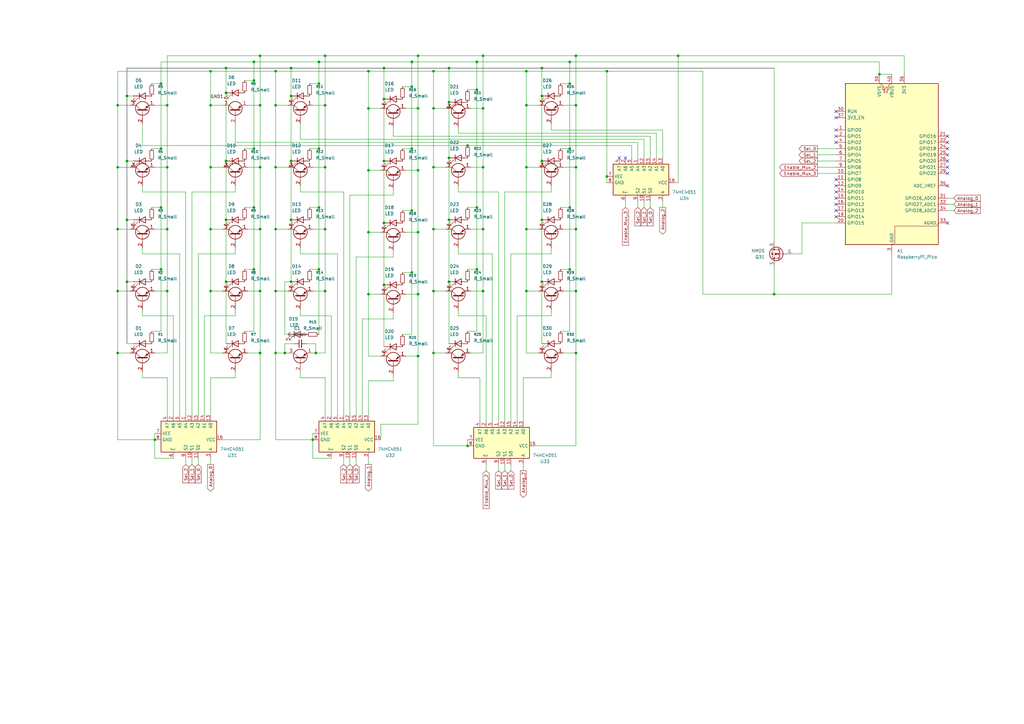
<source format=kicad_sch>
(kicad_sch (version 20250114) (generator "eeschema") (generator_version "9.0")
  (paper "A3")
  (junction (at 52.07 39.37))
  (junction (at 86.36 119.38))
  (junction (at 177.8 93.98))
  (junction (at 86.36 29.21))
  (junction (at 151.13 29.21))
  (junction (at 48.26 93.98))
  (junction (at 233.68 85.09))
  (junction (at 177.8 68.58))
  (junction (at 48.26 119.38))
  (junction (at 129.54 144.78))
  (junction (at 106.68 22.86))
  (junction (at 191.77 182.88))
  (junction (at 168.91 86.36))
  (junction (at 177.8 29.21))
  (junction (at 222.25 90.17))
  (junction (at 151.13 44.45))
  (junction (at 233.68 110.49))
  (junction (at 171.45 69.85))
  (junction (at 119.38 115.57))
  (junction (at 116.84 144.78))
  (junction (at 92.71 27.94))
  (junction (at 248.92 72.39))
  (junction (at 184.15 64.77))
  (junction (at 52.07 66.04))
  (junction (at 133.35 22.86))
  (junction (at 119.38 66.04))
  (junction (at 119.38 27.94))
  (junction (at 157.48 27.94))
  (junction (at 248.92 29.21))
  (junction (at 168.91 60.96))
  (junction (at 104.14 110.49))
  (junction (at 236.22 93.98))
  (junction (at 113.03 144.78))
  (junction (at 171.45 22.86))
  (junction (at 157.48 40.64))
  (junction (at 151.13 95.25))
  (junction (at 198.12 119.38))
  (junction (at 215.9 68.58))
  (junction (at 104.14 85.09))
  (junction (at 191.77 59.69))
  (junction (at 66.04 60.96))
  (junction (at 68.58 119.38))
  (junction (at 92.71 90.17))
  (junction (at 66.04 85.09))
  (junction (at 215.9 93.98))
  (junction (at 222.25 66.04))
  (junction (at 184.15 115.57))
  (junction (at 236.22 22.86))
  (junction (at 198.12 44.45))
  (junction (at 48.26 68.58))
  (junction (at 233.68 60.96))
  (junction (at 92.71 38.1))
  (junction (at 52.07 115.57))
  (junction (at 198.12 93.98))
  (junction (at 113.03 68.58))
  (junction (at 171.45 44.45))
  (junction (at 195.58 110.49))
  (junction (at 92.71 66.04))
  (junction (at 278.13 22.86))
  (junction (at 106.68 144.78))
  (junction (at 113.03 119.38))
  (junction (at 236.22 43.18))
  (junction (at 106.68 93.98))
  (junction (at 128.27 180.34))
  (junction (at 48.26 144.78))
  (junction (at 215.9 43.18))
  (junction (at 119.38 39.37))
  (junction (at 151.13 120.65))
  (junction (at 66.04 110.49))
  (junction (at 106.68 43.18))
  (junction (at 66.04 34.29))
  (junction (at 130.81 110.49))
  (junction (at 184.15 90.17))
  (junction (at 215.9 29.21))
  (junction (at 171.45 95.25))
  (junction (at 151.13 69.85))
  (junction (at 104.14 60.96))
  (junction (at 360.68 30.48))
  (junction (at 177.8 119.38))
  (junction (at 86.36 93.98))
  (junction (at 171.45 146.05))
  (junction (at 198.12 22.86))
  (junction (at 236.22 144.78))
  (junction (at 168.91 35.56))
  (junction (at 130.81 85.09))
  (junction (at 63.5 180.34))
  (junction (at 130.81 60.96))
  (junction (at 68.58 93.98))
  (junction (at 130.81 25.4))
  (junction (at 317.5 120.65))
  (junction (at 215.9 119.38))
  (junction (at 157.48 66.04))
  (junction (at 68.58 43.18))
  (junction (at 168.91 25.4))
  (junction (at 198.12 68.58))
  (junction (at 113.03 29.21))
  (junction (at 157.48 116.84))
  (junction (at 104.14 25.4))
  (junction (at 48.26 43.18))
  (junction (at 106.68 119.38))
  (junction (at 222.25 115.57))
  (junction (at 171.45 120.65))
  (junction (at 133.35 68.58))
  (junction (at 233.68 34.29))
  (junction (at 233.68 25.4))
  (junction (at 130.81 34.29))
  (junction (at 113.03 93.98))
  (junction (at 177.8 44.45))
  (junction (at 104.14 33.02))
  (junction (at 177.8 144.78))
  (junction (at 236.22 119.38))
  (junction (at 222.25 39.37))
  (junction (at 133.35 119.38))
  (junction (at 86.36 68.58))
  (junction (at 168.91 111.76))
  (junction (at 184.15 27.94))
  (junction (at 133.35 43.18))
  (junction (at 119.38 90.17))
  (junction (at 106.68 68.58))
  (junction (at 86.36 43.18))
  (junction (at 195.58 85.09))
  (junction (at 222.25 27.94))
  (junction (at 157.48 91.44))
  (junction (at 68.58 68.58))
  (junction (at 195.58 36.83))
  (junction (at 236.22 68.58))
  (junction (at 184.15 41.91))
  (junction (at 52.07 90.17))
  (junction (at 113.03 43.18))
  (junction (at 133.35 93.98))
  (junction (at 92.71 115.57))
  (junction (at 195.58 25.4))
  (no_connect (at 342.9 53.34))
  (no_connect (at 388.62 91.44))
  (no_connect (at 388.62 76.2))
  (no_connect (at 388.62 63.5))
  (no_connect (at 388.62 66.04))
  (no_connect (at 342.9 73.66))
  (no_connect (at 388.62 71.12))
  (no_connect (at 342.9 58.42))
  (no_connect (at 342.9 55.88))
  (no_connect (at 388.62 68.58))
  (no_connect (at 342.9 78.74))
  (no_connect (at 342.9 48.26))
  (no_connect (at 342.9 45.72))
  (no_connect (at 388.62 55.88))
  (no_connect (at 342.9 83.82))
  (no_connect (at 342.9 88.9))
  (no_connect (at 342.9 86.36))
  (no_connect (at 388.62 58.42))
  (no_connect (at 256.54 64.77))
  (no_connect (at 254 64.77))
  (no_connect (at 342.9 76.2))
  (no_connect (at 388.62 60.96))
  (no_connect (at 342.9 81.28))
  (wire (pts (xy 129.54 144.78) (xy 133.35 144.78)))
  (wire (pts (xy 161.29 128.27) (xy 161.29 130.81)))
  (wire (pts (xy 157.48 91.44) (xy 157.48 116.84)))
  (wire (pts (xy 63.5 177.8) (xy 63.5 180.34)))
  (wire (pts (xy 171.45 146.05) (xy 171.45 173.99)))
  (wire (pts (xy 177.8 93.98) (xy 182.88 93.98)))
  (wire (pts (xy 123.19 152.4) (xy 123.19 154.94)))
  (wire (pts (xy 128.27 68.58) (xy 133.35 68.58)))
  (wire (pts (xy 138.43 170.18) (xy 138.43 104.14)))
  (wire (pts (xy 127 110.49) (xy 130.81 110.49)))
  (wire (pts (xy 177.8 93.98) (xy 177.8 119.38)))
  (wire (pts (xy 195.58 36.83) (xy 195.58 85.09)))
  (wire (pts (xy 231.14 119.38) (xy 236.22 119.38)))
  (wire (pts (xy 231.14 144.78) (xy 236.22 144.78)))
  (wire (pts (xy 198.12 22.86) (xy 236.22 22.86)))
  (wire (pts (xy 288.29 120.65) (xy 288.29 29.21)))
  (wire (pts (xy 92.71 115.57) (xy 92.71 140.97)))
  (wire (pts (xy 233.68 25.4) (xy 233.68 34.29)))
  (wire (pts (xy 133.35 154.94) (xy 123.19 154.94)))
  (wire (pts (xy 106.68 43.18) (xy 106.68 68.58)))
  (wire (pts (xy 177.8 119.38) (xy 182.88 119.38)))
  (wire (pts (xy 106.68 68.58) (xy 106.68 93.98)))
  (wire (pts (xy 215.9 29.21) (xy 248.92 29.21)))
  (wire (pts (xy 151.13 95.25) (xy 156.21 95.25)))
  (wire (pts (xy 201.93 104.14) (xy 187.96 104.14)))
  (wire (pts (xy 54.61 90.17) (xy 52.07 90.17)))
  (wire (pts (xy 125.73 140.97) (xy 129.54 140.97)))
  (wire (pts (xy 133.35 22.86) (xy 133.35 43.18)))
  (wire (pts (xy 198.12 68.58) (xy 198.12 93.98)))
  (wire (pts (xy 133.35 170.18) (xy 133.35 154.94)))
  (wire (pts (xy 248.92 72.39) (xy 248.92 74.93)))
  (wire (pts (xy 127 85.09) (xy 130.81 85.09)))
  (wire (pts (xy 226.06 127) (xy 226.06 129.54)))
  (wire (pts (xy 187.96 152.4) (xy 187.96 154.94)))
  (wire (pts (xy 207.01 78.74) (xy 207.01 172.72)))
  (wire (pts (xy 48.26 144.78) (xy 48.26 180.34)))
  (wire (pts (xy 66.04 110.49) (xy 66.04 135.89)))
  (wire (pts (xy 123.19 101.6) (xy 123.19 104.14)))
  (wire (pts (xy 128.27 43.18) (xy 133.35 43.18)))
  (wire (pts (xy 187.96 76.2) (xy 187.96 78.74)))
  (wire (pts (xy 58.42 76.2) (xy 58.42 78.74)))
  (wire (pts (xy 261.62 82.55) (xy 261.62 85.09)))
  (wire (pts (xy 236.22 22.86) (xy 278.13 22.86)))
  (wire (pts (xy 48.26 144.78) (xy 53.34 144.78)))
  (wire (pts (xy 68.58 93.98) (xy 68.58 119.38)))
  (wire (pts (xy 113.03 180.34) (xy 128.27 180.34)))
  (wire (pts (xy 123.19 76.2) (xy 123.19 78.74)))
  (wire (pts (xy 264.16 57.15) (xy 264.16 64.77)))
  (wire (pts (xy 113.03 43.18) (xy 113.03 68.58)))
  (wire (pts (xy 96.52 104.14) (xy 81.28 104.14)))
  (wire (pts (xy 266.7 82.55) (xy 266.7 85.09)))
  (wire (pts (xy 100.33 85.09) (xy 104.14 85.09)))
  (wire (pts (xy 101.6 68.58) (xy 106.68 68.58)))
  (wire (pts (xy 119.38 66.04) (xy 119.38 90.17)))
  (wire (pts (xy 92.71 90.17) (xy 92.71 115.57)))
  (wire (pts (xy 68.58 154.94) (xy 68.58 170.18)))
  (wire (pts (xy 58.42 154.94) (xy 68.58 154.94)))
  (wire (pts (xy 113.03 29.21) (xy 151.13 29.21)))
  (wire (pts (xy 113.03 144.78) (xy 116.84 144.78)))
  (wire (pts (xy 264.16 82.55) (xy 264.16 85.09)))
  (wire (pts (xy 86.36 29.21) (xy 86.36 43.18)))
  (wire (pts (xy 52.07 115.57) (xy 52.07 140.97)) (stroke (width 0) (color 0 0 0 1)))
  (wire (pts (xy 165.1 86.36) (xy 168.91 86.36)))
  (wire (pts (xy 151.13 156.21) (xy 161.29 156.21)))
  (wire (pts (xy 143.51 187.96) (xy 143.51 190.5)))
  (wire (pts (xy 360.68 30.48) (xy 365.76 30.48)))
  (wire (pts (xy 86.36 93.98) (xy 86.36 119.38)))
  (wire (pts (xy 177.8 44.45) (xy 177.8 68.58)))
  (wire (pts (xy 212.09 129.54) (xy 212.09 172.72)))
  (wire (pts (xy 229.87 60.96) (xy 233.68 60.96)))
  (wire (pts (xy 184.15 90.17) (xy 184.15 115.57)))
  (wire (pts (xy 166.37 44.45) (xy 171.45 44.45)))
  (wire (pts (xy 96.52 58.42) (xy 261.62 58.42)))
  (wire (pts (xy 63.5 187.96) (xy 71.12 187.96)))
  (wire (pts (xy 130.81 85.09) (xy 130.81 110.49)))
  (wire (pts (xy 271.78 82.55) (xy 271.78 85.09)))
  (wire (pts (xy 127 34.29) (xy 130.81 34.29)))
  (wire (pts (xy 278.13 22.86) (xy 278.13 74.93)))
  (wire (pts (xy 269.24 54.61) (xy 269.24 64.77)))
  (wire (pts (xy 215.9 43.18) (xy 215.9 68.58)))
  (wire (pts (xy 120.65 140.97) (xy 116.84 140.97)))
  (wire (pts (xy 129.54 140.97) (xy 129.54 144.78)))
  (wire (pts (xy 48.26 43.18) (xy 48.26 68.58)))
  (wire (pts (xy 92.71 27.94) (xy 92.71 38.1)))
  (wire (pts (xy 261.62 58.42) (xy 261.62 64.77)))
  (wire (pts (xy 335.28 71.12) (xy 342.9 71.12)))
  (wire (pts (xy 138.43 104.14) (xy 123.19 104.14)))
  (wire (pts (xy 168.91 86.36) (xy 168.91 111.76)))
  (wire (pts (xy 177.8 119.38) (xy 177.8 144.78)))
  (wire (pts (xy 100.33 135.89) (xy 104.14 135.89)))
  (wire (pts (xy 100.33 110.49) (xy 104.14 110.49)))
  (wire (pts (xy 215.9 29.21) (xy 215.9 43.18)))
  (wire (pts (xy 195.58 25.4) (xy 168.91 25.4)))
  (wire (pts (xy 140.97 170.18) (xy 140.97 78.74)))
  (wire (pts (xy 215.9 93.98) (xy 220.98 93.98)))
  (wire (pts (xy 52.07 27.94) (xy 52.07 39.37)) (stroke (width 0) (color 0 0 0 1)))
  (wire (pts (xy 195.58 25.4) (xy 195.58 36.83)))
  (wire (pts (xy 226.06 152.4) (xy 226.06 154.94)))
  (wire (pts (xy 248.92 29.21) (xy 248.92 72.39)))
  (wire (pts (xy 198.12 93.98) (xy 198.12 119.38)))
  (wire (pts (xy 151.13 69.85) (xy 156.21 69.85)))
  (wire (pts (xy 388.62 81.28) (xy 391.16 81.28)))
  (wire (pts (xy 335.28 60.96) (xy 342.9 60.96)))
  (wire (pts (xy 68.58 43.18) (xy 68.58 68.58)))
  (wire (pts (xy 128.27 180.34) (xy 128.27 187.96)))
  (wire (pts (xy 86.36 119.38) (xy 91.44 119.38)))
  (wire (pts (xy 231.14 43.18) (xy 236.22 43.18)))
  (wire (pts (xy 198.12 119.38) (xy 198.12 144.78)))
  (wire (pts (xy 104.14 25.4) (xy 104.14 33.02)))
  (wire (pts (xy 101.6 43.18) (xy 106.68 43.18)))
  (wire (pts (xy 73.66 104.14) (xy 73.66 170.18)))
  (wire (pts (xy 63.5 93.98) (xy 68.58 93.98)))
  (wire (pts (xy 166.37 146.05) (xy 171.45 146.05)))
  (wire (pts (xy 151.13 187.96) (xy 151.13 190.5)))
  (wire (pts (xy 66.04 25.4) (xy 66.04 34.29)))
  (wire (pts (xy 156.21 173.99) (xy 156.21 180.34)))
  (wire (pts (xy 128.27 144.78) (xy 129.54 144.78)))
  (wire (pts (xy 62.23 110.49) (xy 66.04 110.49)))
  (wire (pts (xy 101.6 119.38) (xy 106.68 119.38)))
  (wire (pts (xy 222.25 39.37) (xy 222.25 66.04)))
  (wire (pts (xy 168.91 60.96) (xy 168.91 86.36)))
  (wire (pts (xy 191.77 36.83) (xy 195.58 36.83)))
  (wire (pts (xy 48.26 93.98) (xy 53.34 93.98)))
  (wire (pts (xy 123.19 50.8) (xy 123.19 57.15)))
  (wire (pts (xy 106.68 22.86) (xy 106.68 43.18)))
  (wire (pts (xy 58.42 78.74) (xy 76.2 78.74)))
  (wire (pts (xy 212.09 129.54) (xy 226.06 129.54)))
  (wire (pts (xy 130.81 110.49) (xy 130.81 137.16)))
  (wire (pts (xy 204.47 190.5) (xy 204.47 193.04)))
  (wire (pts (xy 86.36 144.78) (xy 91.44 144.78)))
  (wire (pts (xy 71.12 129.54) (xy 58.42 129.54)))
  (wire (pts (xy 388.62 83.82) (xy 391.16 83.82)))
  (wire (pts (xy 193.04 68.58) (xy 198.12 68.58)))
  (wire (pts (xy 151.13 120.65) (xy 156.21 120.65)))
  (wire (pts (xy 143.51 80.01) (xy 161.29 80.01)))
  (wire (pts (xy 317.5 99.06) (xy 317.5 27.94)))
  (wire (pts (xy 113.03 93.98) (xy 118.11 93.98)))
  (wire (pts (xy 151.13 95.25) (xy 151.13 120.65)))
  (wire (pts (xy 101.6 93.98) (xy 106.68 93.98)))
  (wire (pts (xy 62.23 85.09) (xy 66.04 85.09)))
  (wire (pts (xy 106.68 144.78) (xy 106.68 180.34)))
  (wire (pts (xy 226.06 154.94) (xy 214.63 154.94)))
  (wire (pts (xy 198.12 44.45) (xy 198.12 68.58)))
  (wire (pts (xy 209.55 104.14) (xy 209.55 172.72)))
  (wire (pts (xy 63.5 43.18) (xy 68.58 43.18)))
  (wire (pts (xy 128.27 187.96) (xy 135.89 187.96)))
  (wire (pts (xy 96.52 76.2) (xy 96.52 78.74)))
  (wire (pts (xy 96.52 154.94) (xy 86.36 154.94)))
  (wire (pts (xy 76.2 78.74) (xy 76.2 170.18)))
  (wire (pts (xy 78.74 78.74) (xy 96.52 78.74)))
  (wire (pts (xy 68.58 22.86) (xy 68.58 43.18)))
  (wire (pts (xy 256.54 82.55) (xy 256.54 85.09)))
  (wire (pts (xy 177.8 44.45) (xy 182.88 44.45)))
  (wire (pts (xy 231.14 93.98) (xy 236.22 93.98)))
  (wire (pts (xy 130.81 25.4) (xy 104.14 25.4)))
  (wire (pts (xy 133.35 119.38) (xy 133.35 144.78)))
  (wire (pts (xy 83.82 170.18) (xy 83.82 129.54)))
  (wire (pts (xy 177.8 68.58) (xy 182.88 68.58)))
  (wire (pts (xy 96.52 101.6) (xy 96.52 104.14)))
  (wire (pts (xy 86.36 119.38) (xy 86.36 144.78)))
  (wire (pts (xy 48.26 68.58) (xy 48.26 93.98)))
  (wire (pts (xy 157.48 27.94) (xy 119.38 27.94)) (stroke (width 0) (color 0 0 0 1)))
  (wire (pts (xy 104.14 85.09) (xy 104.14 110.49)))
  (wire (pts (xy 199.39 129.54) (xy 187.96 129.54)))
  (wire (pts (xy 146.05 187.96) (xy 146.05 190.5)))
  (wire (pts (xy 133.35 68.58) (xy 133.35 93.98)))
  (wire (pts (xy 119.38 90.17) (xy 119.38 115.57)))
  (wire (pts (xy 116.84 144.78) (xy 118.11 144.78)))
  (wire (pts (xy 168.91 25.4) (xy 130.81 25.4)))
  (wire (pts (xy 157.48 116.84) (xy 157.48 142.24)))
  (wire (pts (xy 236.22 22.86) (xy 236.22 43.18)))
  (wire (pts (xy 119.38 39.37) (xy 119.38 66.04)))
  (wire (pts (xy 184.15 27.94) (xy 184.15 41.91)))
  (wire (pts (xy 63.5 68.58) (xy 68.58 68.58)))
  (wire (pts (xy 187.96 54.61) (xy 269.24 54.61)))
  (wire (pts (xy 226.06 53.34) (xy 271.78 53.34)))
  (wire (pts (xy 92.71 27.94) (xy 52.07 27.94)) (stroke (width 0) (color 0 0 0 1)))
  (wire (pts (xy 96.52 152.4) (xy 96.52 154.94)))
  (wire (pts (xy 335.28 63.5) (xy 342.9 63.5)))
  (wire (pts (xy 236.22 93.98) (xy 236.22 119.38)))
  (wire (pts (xy 229.87 85.09) (xy 233.68 85.09)))
  (wire (pts (xy 388.62 86.36) (xy 391.16 86.36)))
  (wire (pts (xy 342.9 91.44) (xy 328.93 91.44)))
  (wire (pts (xy 148.59 170.18) (xy 148.59 130.81)))
  (wire (pts (xy 133.35 93.98) (xy 133.35 119.38)))
  (wire (pts (xy 165.1 111.76) (xy 168.91 111.76)))
  (wire (pts (xy 328.93 91.44) (xy 328.93 104.14)))
  (wire (pts (xy 317.5 27.94) (xy 222.25 27.94)) (stroke (width 0) (color 0 0 0 1)))
  (wire (pts (xy 215.9 93.98) (xy 215.9 119.38)))
  (wire (pts (xy 236.22 119.38) (xy 236.22 144.78)))
  (wire (pts (xy 63.5 144.78) (xy 68.58 144.78)))
  (wire (pts (xy 151.13 29.21) (xy 151.13 44.45)))
  (wire (pts (xy 335.28 66.04) (xy 342.9 66.04)))
  (wire (pts (xy 52.07 66.04) (xy 54.61 66.04)))
  (wire (pts (xy 52.07 90.17) (xy 52.07 115.57)) (stroke (width 0) (color 0 0 0 1)))
  (wire (pts (xy 222.25 90.17) (xy 222.25 115.57)))
  (wire (pts (xy 195.58 85.09) (xy 195.58 110.49)))
  (wire (pts (xy 166.37 69.85) (xy 171.45 69.85)))
  (wire (pts (xy 199.39 190.5) (xy 199.39 193.04)))
  (wire (pts (xy 215.9 68.58) (xy 215.9 93.98)))
  (wire (pts (xy 92.71 66.04) (xy 92.71 90.17)))
  (wire (pts (xy 106.68 119.38) (xy 106.68 144.78)))
  (wire (pts (xy 52.07 39.37) (xy 52.07 66.04)) (stroke (width 0) (color 0 0 0 1)))
  (wire (pts (xy 86.36 154.94) (xy 86.36 170.18)))
  (wire (pts (xy 78.74 187.96) (xy 78.74 190.5)))
  (wire (pts (xy 119.38 27.94) (xy 92.71 27.94)) (stroke (width 0) (color 0 0 0 1)))
  (wire (pts (xy 62.23 135.89) (xy 66.04 135.89)))
  (wire (pts (xy 168.91 25.4) (xy 168.91 35.56)))
  (wire (pts (xy 119.38 27.94) (xy 119.38 39.37)))
  (wire (pts (xy 100.33 33.02) (xy 104.14 33.02)))
  (wire (pts (xy 113.03 119.38) (xy 118.11 119.38)))
  (wire (pts (xy 187.96 101.6) (xy 187.96 104.14)))
  (wire (pts (xy 78.74 170.18) (xy 78.74 78.74)))
  (wire (pts (xy 177.8 182.88) (xy 191.77 182.88)))
  (wire (pts (xy 100.33 60.96) (xy 104.14 60.96)))
  (wire (pts (xy 233.68 110.49) (xy 233.68 135.89)))
  (wire (pts (xy 48.26 68.58) (xy 53.34 68.58)))
  (wire (pts (xy 215.9 43.18) (xy 220.98 43.18)))
  (wire (pts (xy 113.03 68.58) (xy 118.11 68.58)))
  (wire (pts (xy 215.9 68.58) (xy 220.98 68.58)))
  (wire (pts (xy 214.63 154.94) (xy 214.63 172.72)))
  (wire (pts (xy 222.25 66.04) (xy 222.25 90.17)))
  (wire (pts (xy 165.1 60.96) (xy 168.91 60.96)))
  (wire (pts (xy 58.42 152.4) (xy 58.42 154.94)))
  (wire (pts (xy 187.96 154.94) (xy 196.85 154.94)))
  (wire (pts (xy 207.01 190.5) (xy 207.01 193.04)))
  (wire (pts (xy 151.13 69.85) (xy 151.13 95.25)))
  (wire (pts (xy 166.37 95.25) (xy 171.45 95.25)))
  (wire (pts (xy 236.22 144.78) (xy 236.22 182.88)))
  (wire (pts (xy 76.2 187.96) (xy 76.2 190.5)))
  (wire (pts (xy 86.36 93.98) (xy 91.44 93.98)))
  (wire (pts (xy 86.36 43.18) (xy 86.36 68.58)))
  (wire (pts (xy 171.45 120.65) (xy 171.45 146.05)))
  (wire (pts (xy 66.04 85.09) (xy 66.04 110.49)))
  (wire (pts (xy 48.26 43.18) (xy 53.34 43.18)))
  (wire (pts (xy 360.68 30.48) (xy 360.68 25.4)))
  (wire (pts (xy 148.59 130.81) (xy 161.29 130.81)))
  (wire (pts (xy 133.35 22.86) (xy 171.45 22.86)))
  (wire (pts (xy 66.04 60.96) (xy 66.04 85.09)))
  (wire (pts (xy 86.36 68.58) (xy 91.44 68.58)))
  (wire (pts (xy 222.25 115.57) (xy 222.25 140.97)))
  (wire (pts (xy 113.03 93.98) (xy 113.03 119.38)))
  (wire (pts (xy 106.68 22.86) (xy 133.35 22.86)))
  (wire (pts (xy 113.03 119.38) (xy 113.03 144.78)))
  (wire (pts (xy 191.77 85.09) (xy 195.58 85.09)))
  (wire (pts (xy 92.71 38.1) (xy 92.71 66.04)))
  (wire (pts (xy 161.29 77.47) (xy 161.29 80.01)))
  (wire (pts (xy 123.19 127) (xy 123.19 129.54)))
  (wire (pts (xy 191.77 59.69) (xy 259.08 59.69)))
  (wire (pts (xy 171.45 69.85) (xy 171.45 95.25)))
  (wire (pts (xy 209.55 190.5) (xy 209.55 193.04)))
  (wire (pts (xy 146.05 170.18) (xy 146.05 105.41)))
  (wire (pts (xy 193.04 44.45) (xy 198.12 44.45)))
  (wire (pts (xy 86.36 187.96) (xy 86.36 190.5)))
  (wire (pts (xy 66.04 34.29) (xy 66.04 60.96)))
  (wire (pts (xy 113.03 29.21) (xy 113.03 43.18)))
  (wire (pts (xy 52.07 140.97) (xy 54.61 140.97)))
  (wire (pts (xy 215.9 144.78) (xy 220.98 144.78)))
  (wire (pts (xy 151.13 44.45) (xy 156.21 44.45)))
  (wire (pts (xy 222.25 27.94) (xy 222.25 39.37)))
  (wire (pts (xy 130.81 34.29) (xy 130.81 60.96)))
  (wire (pts (xy 116.84 115.57) (xy 116.84 137.16)))
  (wire (pts (xy 222.25 27.94) (xy 184.15 27.94)) (stroke (width 0) (color 0 0 0 1)))
  (wire (pts (xy 68.58 119.38) (xy 68.58 144.78)))
  (wire (pts (xy 58.42 50.8) (xy 58.42 59.69)))
  (wire (pts (xy 229.87 135.89) (xy 233.68 135.89)))
  (wire (pts (xy 68.58 22.86) (xy 106.68 22.86)))
  (wire (pts (xy 360.68 25.4) (xy 233.68 25.4)))
  (wire (pts (xy 48.26 119.38) (xy 48.26 144.78)))
  (wire (pts (xy 130.81 60.96) (xy 130.81 85.09)))
  (wire (pts (xy 135.89 129.54) (xy 123.19 129.54)))
  (wire (pts (xy 86.36 29.21) (xy 113.03 29.21)))
  (wire (pts (xy 151.13 44.45) (xy 151.13 69.85)))
  (wire (pts (xy 278.13 22.86) (xy 370.84 22.86)))
  (wire (pts (xy 116.84 115.57) (xy 119.38 115.57)))
  (wire (pts (xy 106.68 93.98) (xy 106.68 119.38)))
  (wire (pts (xy 116.84 137.16) (xy 118.11 137.16)))
  (wire (pts (xy 62.23 60.96) (xy 66.04 60.96)))
  (wire (pts (xy 146.05 105.41) (xy 161.29 105.41)))
  (wire (pts (xy 157.48 66.04) (xy 157.48 91.44)))
  (wire (pts (xy 171.45 22.86) (xy 198.12 22.86)))
  (wire (pts (xy 231.14 68.58) (xy 236.22 68.58)))
  (wire (pts (xy 96.52 50.8) (xy 96.52 58.42)))
  (wire (pts (xy 81.28 104.14) (xy 81.28 170.18)))
  (wire (pts (xy 101.6 144.78) (xy 106.68 144.78)))
  (wire (pts (xy 335.28 68.58) (xy 342.9 68.58)))
  (wire (pts (xy 204.47 78.74) (xy 187.96 78.74)))
  (wire (pts (xy 177.8 29.21) (xy 177.8 44.45)))
  (wire (pts (xy 204.47 78.74) (xy 204.47 172.72)))
  (wire (pts (xy 187.96 52.07) (xy 187.96 54.61)))
  (wire (pts (xy 233.68 34.29) (xy 233.68 60.96)))
  (wire (pts (xy 63.5 180.34) (xy 63.5 187.96)))
  (wire (pts (xy 168.91 111.76) (xy 168.91 137.16)))
  (wire (pts (xy 215.9 119.38) (xy 215.9 144.78)))
  (wire (pts (xy 201.93 104.14) (xy 201.93 172.72)))
  (wire (pts (xy 184.15 115.57) (xy 184.15 140.97)))
  (wire (pts (xy 68.58 68.58) (xy 68.58 93.98)))
  (wire (pts (xy 135.89 170.18) (xy 135.89 129.54)))
  (wire (pts (xy 157.48 40.64) (xy 157.48 66.04)))
  (wire (pts (xy 151.13 29.21) (xy 177.8 29.21)))
  (wire (pts (xy 171.45 44.45) (xy 171.45 69.85)))
  (wire (pts (xy 229.87 110.49) (xy 233.68 110.49)))
  (wire (pts (xy 48.26 29.21) (xy 86.36 29.21)))
  (wire (pts (xy 104.14 110.49) (xy 104.14 135.89)))
  (wire (pts (xy 248.92 29.21) (xy 288.29 29.21)))
  (wire (pts (xy 48.26 29.21) (xy 48.26 43.18)))
  (wire (pts (xy 140.97 78.74) (xy 123.19 78.74)))
  (wire (pts (xy 58.42 104.14) (xy 73.66 104.14)))
  (wire (pts (xy 58.42 127) (xy 58.42 129.54)))
  (wire (pts (xy 184.15 27.94) (xy 157.48 27.94)) (stroke (width 0) (color 0 0 0 1)))
  (wire (pts (xy 191.77 180.34) (xy 191.77 182.88)))
  (wire (pts (xy 63.5 119.38) (xy 68.58 119.38)))
  (wire (pts (xy 236.22 68.58) (xy 236.22 93.98)))
  (wire (pts (xy 191.77 135.89) (xy 195.58 135.89)))
  (wire (pts (xy 236.22 43.18) (xy 236.22 68.58)))
  (wire (pts (xy 83.82 129.54) (xy 96.52 129.54)))
  (wire (pts (xy 128.27 119.38) (xy 133.35 119.38)))
  (wire (pts (xy 214.63 190.5) (xy 214.63 193.04)))
  (wire (pts (xy 317.5 120.65) (xy 365.76 120.65)))
  (wire (pts (xy 113.03 68.58) (xy 113.03 93.98)))
  (wire (pts (xy 52.07 115.57) (xy 54.61 115.57)))
  (wire (pts (xy 113.03 43.18) (xy 118.11 43.18)))
  (wire (pts (xy 187.96 127) (xy 187.96 129.54)))
  (wire (pts (xy 128.27 93.98) (xy 133.35 93.98)))
  (wire (pts (xy 71.12 170.18) (xy 71.12 129.54)))
  (wire (pts (xy 193.04 93.98) (xy 198.12 93.98)))
  (wire (pts (xy 140.97 187.96) (xy 140.97 190.5)))
  (wire (pts (xy 123.19 57.15) (xy 264.16 57.15)))
  (wire (pts (xy 161.29 102.87) (xy 161.29 105.41)))
  (wire (pts (xy 226.06 101.6) (xy 226.06 104.14)))
  (wire (pts (xy 219.71 182.88) (xy 236.22 182.88)))
  (wire (pts (xy 52.07 39.37) (xy 54.61 39.37)))
  (wire (pts (xy 48.26 119.38) (xy 53.34 119.38)))
  (wire (pts (xy 233.68 60.96) (xy 233.68 85.09)))
  (wire (pts (xy 233.68 25.4) (xy 195.58 25.4)))
  (wire (pts (xy 276.86 74.93) (xy 278.13 74.93)))
  (wire (pts (xy 226.06 50.8) (xy 226.06 53.34)))
  (wire (pts (xy 215.9 119.38) (xy 220.98 119.38)))
  (wire (pts (xy 81.28 187.96) (xy 81.28 190.5)))
  (wire (pts (xy 151.13 120.65) (xy 151.13 146.05)))
  (wire (pts (xy 233.68 85.09) (xy 233.68 110.49)))
  (wire (pts (xy 199.39 129.54) (xy 199.39 172.72)))
  (wire (pts (xy 165.1 137.16) (xy 168.91 137.16)))
  (wire (pts (xy 161.29 55.88) (xy 266.7 55.88)))
  (wire (pts (xy 177.8 29.21) (xy 215.9 29.21)))
  (wire (pts (xy 184.15 64.77) (xy 184.15 90.17)))
  (wire (pts (xy 184.15 41.91) (xy 184.15 64.77)))
  (wire (pts (xy 104.14 33.02) (xy 104.14 60.96)))
  (wire (pts (xy 177.8 68.58) (xy 177.8 93.98)))
  (wire (pts (xy 58.42 101.6) (xy 58.42 104.14)))
  (wire (pts (xy 116.84 140.97) (xy 116.84 144.78)))
  (wire (pts (xy 161.29 52.07) (xy 161.29 55.88)))
  (wire (pts (xy 151.13 170.18) (xy 151.13 156.21)))
  (wire (pts (xy 177.8 144.78) (xy 177.8 182.88)))
  (wire (pts (xy 198.12 22.86) (xy 198.12 44.45)))
  (wire (pts (xy 229.87 34.29) (xy 233.68 34.29)))
  (wire (pts (xy 52.07 66.04) (xy 52.07 90.17)) (stroke (width 0) (color 0 0 0 1)))
  (wire (pts (xy 226.06 78.74) (xy 207.01 78.74)))
  (wire (pts (xy 130.81 25.4) (xy 130.81 34.29)))
  (wire (pts (xy 168.91 35.56) (xy 168.91 60.96)))
  (wire (pts (xy 259.08 59.69) (xy 259.08 64.77)))
  (wire (pts (xy 288.29 120.65) (xy 317.5 120.65)))
  (wire (pts (xy 171.45 95.25) (xy 171.45 120.65)))
  (wire (pts (xy 133.35 43.18) (xy 133.35 68.58)))
  (wire (pts (xy 104.14 25.4) (xy 66.04 25.4)))
  (wire (pts (xy 226.06 76.2) (xy 226.06 78.74)))
  (wire (pts (xy 106.68 180.34) (xy 91.44 180.34)))
  (wire (pts (xy 193.04 144.78) (xy 198.12 144.78)))
  (wire (pts (xy 96.52 127) (xy 96.52 129.54)))
  (wire (pts (xy 328.93 104.14) (xy 325.12 104.14)))
  (wire (pts (xy 191.77 110.49) (xy 195.58 110.49)))
  (wire (pts (xy 193.04 119.38) (xy 198.12 119.38)))
  (wire (pts (xy 266.7 55.88) (xy 266.7 64.77)))
  (wire (pts (xy 171.45 22.86) (xy 171.45 44.45)))
  (wire (pts (xy 271.78 53.34) (xy 271.78 64.77)))
  (wire (pts (xy 171.45 173.99) (xy 156.21 173.99)))
  (wire (pts (xy 196.85 154.94) (xy 196.85 172.72)))
  (wire (pts (xy 317.5 109.22) (xy 317.5 120.65)))
  (wire (pts (xy 209.55 104.14) (xy 226.06 104.14)))
  (wire (pts (xy 143.51 170.18) (xy 143.51 80.01)))
  (wire (pts (xy 161.29 153.67) (xy 161.29 156.21)))
  (wire (pts (xy 365.76 104.14) (xy 365.76 120.65)))
  (wire (pts (xy 48.26 180.34) (xy 63.5 180.34)))
  (wire (pts (xy 127 60.96) (xy 130.81 60.96)))
  (wire (pts (xy 166.37 120.65) (xy 171.45 120.65)))
  (wire (pts (xy 91.44 43.18) (xy 86.36 43.18)))
  (wire (pts (xy 195.58 110.49) (xy 195.58 135.89)))
  (wire (pts (xy 62.23 34.29) (xy 66.04 34.29)))
  (wire (pts (xy 157.48 27.94) (xy 157.48 40.64)))
  (wire (pts (xy 128.27 177.8) (xy 128.27 180.34)))
  (wire (pts (xy 177.8 144.78) (xy 182.88 144.78)))
  (wire (pts (xy 104.14 60.96) (xy 104.14 85.09)))
  (wire (pts (xy 165.1 35.56) (xy 168.91 35.56)))
  (wire (pts (xy 58.42 59.69) (xy 191.77 59.69)))
  (wire (pts (xy 48.26 93.98) (xy 48.26 119.38)))
  (wire (pts (xy 151.13 146.05) (xy 156.21 146.05)))
  (wire (pts (xy 86.36 68.58) (xy 86.36 93.98)))
  (wire (pts (xy 370.84 22.86) (xy 370.84 30.48)))
  (wire (pts (xy 113.03 144.78) (xy 113.03 180.34)))
  (label "GND1" (at 86.36 40.64 0))
  (global_label "Analog_2" (shape output) (at 271.78 85.09 270) (property "Intersheetrefs" "${INTERSHEET_REFS}" (effects (hide yes))))
  (global_label "Enable_Mux_2" (shape output) (at 335.28 68.58 180) (property "Intersheetrefs" "${INTERSHEET_REFS}" (effects (hide yes))))
  (global_label "Sel_2" (shape input) (at 76.2 190.5 270) (property "Intersheetrefs" "${INTERSHEET_REFS}" (effects (hide yes))))
  (global_label "Analog_1" (shape input) (at 391.16 83.82 0) (property "Intersheetrefs" "${INTERSHEET_REFS}" (effects (hide yes))))
  (global_label "Sel_2" (shape output) (at 335.28 66.04 180) (property "Intersheetrefs" "${INTERSHEET_REFS}" (effects (hide yes))))
  (global_label "Analog_2" (shape output) (at 214.63 193.04 270) (property "Intersheetrefs" "${INTERSHEET_REFS}" (effects (hide yes))))
  (global_label "Sel_0" (shape input) (at 81.28 190.5 270) (property "Intersheetrefs" "${INTERSHEET_REFS}" (effects (hide yes))))
  (global_label "Analog_0" (shape input) (at 391.16 81.28 0) (property "Intersheetrefs" "${INTERSHEET_REFS}" (effects (hide yes))))
  (global_label "Sel_2" (shape input) (at 140.97 190.5 270) (property "Intersheetrefs" "${INTERSHEET_REFS}" (effects (hide yes))))
  (global_label "Sel_1" (shape input) (at 78.74 190.5 270) (property "Intersheetrefs" "${INTERSHEET_REFS}" (effects (hide yes))))
  (global_label "Enable_Mux_3" (shape output) (at 335.28 71.12 180) (property "Intersheetrefs" "${INTERSHEET_REFS}" (effects (hide yes))))
  (global_label "Sel_1" (shape input) (at 143.51 190.5 270) (property "Intersheetrefs" "${INTERSHEET_REFS}" (effects (hide yes))))
  (global_label "Sel_0" (shape output) (at 335.28 60.96 180) (property "Intersheetrefs" "${INTERSHEET_REFS}" (effects (hide yes))))
  (global_label "Sel_1" (shape input) (at 207.01 193.04 270) (property "Intersheetrefs" "${INTERSHEET_REFS}" (effects (hide yes))))
  (global_label "Enable_Mux_2" (shape input) (at 199.39 193.04 270) (property "Intersheetrefs" "${INTERSHEET_REFS}" (effects (hide yes))))
  (global_label "Sel_0" (shape input) (at 209.55 193.04 270) (property "Intersheetrefs" "${INTERSHEET_REFS}" (effects (hide yes))))
  (global_label "Analog_1" (shape output) (at 151.13 190.5 270) (property "Intersheetrefs" "${INTERSHEET_REFS}" (effects (hide yes))))
  (global_label "Sel_2" (shape input) (at 261.62 85.09 270) (property "Intersheetrefs" "${INTERSHEET_REFS}" (effects (hide yes))))
  (global_label "Sel_2" (shape input) (at 204.47 193.04 270) (property "Intersheetrefs" "${INTERSHEET_REFS}" (effects (hide yes))))
  (global_label "Sel_0" (shape input) (at 146.05 190.5 270) (property "Intersheetrefs" "${INTERSHEET_REFS}" (effects (hide yes))))
  (global_label "Sel_0" (shape input) (at 266.7 85.09 270) (property "Intersheetrefs" "${INTERSHEET_REFS}" (effects (hide yes))))
  (global_label "Analog_2" (shape input) (at 391.16 86.36 0) (property "Intersheetrefs" "${INTERSHEET_REFS}" (effects (hide yes))))
  (global_label "Sel_1" (shape input) (at 264.16 85.09 270) (property "Intersheetrefs" "${INTERSHEET_REFS}" (effects (hide yes))))
  (global_label "Enable_Mux_3" (shape input) (at 256.54 85.09 270) (property "Intersheetrefs" "${INTERSHEET_REFS}" (effects (hide yes))))
  (global_label "Analog_0" (shape output) (at 86.36 190.5 270) (property "Intersheetrefs" "${INTERSHEET_REFS}" (effects (hide yes))))
  (global_label "Sel_1" (shape output) (at 335.28 63.5 180) (property "Intersheetrefs" "${INTERSHEET_REFS}" (effects (hide yes))))
  (symbol (lib_id "Transistor_BJT:Q_PNP_EBC") (at 123.19 45.72 90) (unit 1)
    (property "Reference" "Q3" (effects (hide yes)))
    (property "Value" "Q_PNP_EBC" (effects (hide yes)))
    (property "Footprint" "Package_TO_SOT_THT:TO-92_Inline" (effects (hide yes)))
    (property "Description" "PNP transistor, emitter/base/collector" (effects (hide yes)))
  )
  (symbol (lib_id "Device:R_Small") (at 62.23 36.83 0) (unit 1)
    (property "Reference" "R5" (at 64.77 35.5599 0) (effects (font (size 1.016 1.016)) (justify left)))
    (property "Value" "R_Small" (at 64.77 38.0999 0) (effects (justify left)))
    (property "Footprint" "Resistor_SMD:R_1206_3216Metric_Pad1.30x1.75mm_HandSolder" (effects (hide yes)))
    (property "Description" "Resistor, small symbol" (effects (hide yes)))
  )
  (symbol (lib_id "Device:LED") (at 226.06 90.17 0) (unit 1)
    (property "Reference" "D28" (at 224.4725 83.82 0))
    (property "Value" "LED" (at 224.4725 86.36 0))
    (property "Footprint" "LED_SMD:LED_Everlight-SMD3528_3.5x2.8mm_67-21ST" (effects (hide yes)))
    (property "Description" "Light emitting diode" (effects (hide yes)))
    (property "Sim.Pins" "1=K 2=A" (effects (hide yes)))
  )
  (symbol (lib_id "Device:LED") (at 187.96 90.17 0) (unit 1)
    (property "Reference" "D23" (at 186.3725 83.82 0))
    (property "Value" "LED" (at 186.3725 86.36 0))
    (property "Footprint" "LED_SMD:LED_Everlight-SMD3528_3.5x2.8mm_67-21ST" (effects (hide yes)))
    (property "Description" "Light emitting diode" (effects (hide yes)))
    (property "Sim.Pins" "1=K 2=A" (effects (hide yes)))
  )
  (symbol (lib_id "Device:R_Small") (at 100.33 113.03 0) (unit 1)
    (property "Reference" "R8" (at 102.87 111.7599 0) (effects (font (size 1.016 1.016)) (justify left)))
    (property "Value" "R_Small" (at 102.87 114.2999 0) (effects (justify left)))
    (property "Footprint" "Resistor_SMD:R_1206_3216Metric_Pad1.30x1.75mm_HandSolder" (effects (hide yes)))
    (property "Description" "Resistor, small symbol" (effects (hide yes)))
  )
  (symbol (lib_id "Device:LED") (at 161.29 116.84 0) (unit 1)
    (property "Reference" "D19" (at 159.7025 110.49 0))
    (property "Value" "LED" (at 159.7025 113.03 0))
    (property "Footprint" "LED_SMD:LED_Everlight-SMD3528_3.5x2.8mm_67-21ST" (effects (hide yes)))
    (property "Description" "Light emitting diode" (effects (hide yes)))
    (property "Sim.Pins" "1=K 2=A" (effects (hide yes)))
  )
  (symbol (lib_id "Device:LED") (at 187.96 64.77 0) (unit 1)
    (property "Reference" "D22" (at 186.3725 58.42 0))
    (property "Value" "LED" (at 186.3725 60.96 0))
    (property "Footprint" "LED_SMD:LED_Everlight-SMD3528_3.5x2.8mm_67-21ST" (effects (hide yes)))
    (property "Description" "Light emitting diode" (effects (hide yes)))
    (property "Sim.Pins" "1=K 2=A" (effects (hide yes)))
  )
  (symbol (lib_id "Device:R_Small") (at 165.1 88.9 0) (unit 1)
    (property "Reference" "R18" (at 167.64 87.6299 0) (effects (font (size 1.016 1.016)) (justify left)))
    (property "Value" "R_Small" (at 167.64 90.1699 0) (effects (justify left)))
    (property "Footprint" "Resistor_SMD:R_1206_3216Metric_Pad1.30x1.75mm_HandSolder" (effects (hide yes)))
    (property "Description" "Resistor, small symbol" (effects (hide yes)))
  )
  (symbol (lib_id "Transistor_BJT:Q_PNP_EBC") (at 123.19 147.32 90) (unit 1)
    (property "Reference" "Q27" (effects (hide yes)))
    (property "Value" "Q_PNP_EBC" (effects (hide yes)))
    (property "Footprint" "Package_TO_SOT_THT:TO-92_Inline" (effects (hide yes)))
    (property "Description" "PNP transistor, emitter/base/collector" (effects (hide yes)))
  )
  (symbol (lib_id "Device:R_Small") (at 127 87.63 0) (unit 1)
    (property "Reference" "R13" (at 129.54 86.3599 0) (effects (font (size 1.016 1.016)) (justify left)))
    (property "Value" "R_Small" (at 129.54 88.8999 0) (effects (justify left)))
    (property "Footprint" "Resistor_SMD:R_1206_3216Metric_Pad1.30x1.75mm_HandSolder" (effects (hide yes)))
    (property "Description" "Resistor, small symbol" (effects (hide yes)))
  )
  (symbol (lib_id "Device:R_Small") (at 128.27 137.16 270) (unit 1)
    (property "Reference" "R15" (at 128.27 132.08 90) (effects (font (size 1.016 1.016))))
    (property "Value" "R_Small" (at 128.27 134.62 90))
    (property "Footprint" "Resistor_SMD:R_1206_3216Metric_Pad1.30x1.75mm_HandSolder" (effects (hide yes)))
    (property "Description" "Resistor, small symbol" (effects (hide yes)))
  )
  (symbol (lib_id "Device:C_Small") (at 123.19 140.97 90) (unit 1)
    (property "Reference" "C1" (at 121.9263 134.62 90))
    (property "Value" "C_Small" (at 121.9263 137.16 90))
    (property "Description" "Unpolarized capacitor, small symbol" (effects (hide yes)))
  )
  (symbol (lib_id "Device:LED") (at 161.29 142.24 0) (unit 1)
    (property "Reference" "D20" (at 159.7025 135.89 0))
    (property "Value" "LED" (at 159.7025 138.43 0))
    (property "Footprint" "LED_SMD:LED_Everlight-SMD3528_3.5x2.8mm_67-21ST" (effects (hide yes)))
    (property "Description" "Light emitting diode" (effects (hide yes)))
    (property "Sim.Pins" "1=K 2=A" (effects (hide yes)))
  )
  (symbol (lib_id "Device:LED") (at 96.52 38.1 0) (unit 1)
    (property "Reference" "D6" (at 94.9325 31.75 0))
    (property "Value" "LED" (at 94.9325 34.29 0))
    (property "Footprint" "LED_SMD:LED_Everlight-SMD3528_3.5x2.8mm_67-21ST" (effects (hide yes)))
    (property "Description" "Light emitting diode" (effects (hide yes)))
    (property "Sim.Pins" "1=K 2=A" (effects (hide yes)))
  )
  (symbol (lib_id "Device:R_Small") (at 100.33 35.56 0) (unit 1)
    (property "Reference" "R6" (at 102.87 34.2899 0) (effects (font (size 1.016 1.016)) (justify left)))
    (property "Value" "R_Small" (at 102.87 36.8299 0) (effects (justify left)))
    (property "Footprint" "Resistor_SMD:R_1206_3216Metric_Pad1.30x1.75mm_HandSolder" (effects (hide yes)))
    (property "Description" "Resistor, small symbol" (effects (hide yes)))
  )
  (symbol (lib_id "Transistor_BJT:Q_PNP_EBC") (at 161.29 148.59 90) (unit 1)
    (property "Reference" "Q28" (effects (hide yes)))
    (property "Value" "Q_PNP_EBC" (effects (hide yes)))
    (property "Footprint" "Package_TO_SOT_THT:TO-92_Inline" (effects (hide yes)))
    (property "Description" "PNP transistor, emitter/base/collector" (effects (hide yes)))
  )
  (symbol (lib_id "Device:R_Small") (at 229.87 63.5 0) (unit 1)
    (property "Reference" "R27" (at 232.41 62.2299 0) (effects (font (size 1.016 1.016)) (justify left)))
    (property "Value" "R_Small" (at 232.41 64.7699 0) (effects (justify left)))
    (property "Footprint" "Resistor_SMD:R_1206_3216Metric_Pad1.30x1.75mm_HandSolder" (effects (hide yes)))
    (property "Description" "Resistor, small symbol" (effects (hide yes)))
  )
  (symbol (lib_id "Device:R_Small") (at 165.1 114.3 0) (unit 1)
    (property "Reference" "R19" (at 167.64 113.0299 0) (effects (font (size 1.016 1.016)) (justify left)))
    (property "Value" "R_Small" (at 167.64 115.5699 0) (effects (justify left)))
    (property "Footprint" "Resistor_SMD:R_1206_3216Metric_Pad1.30x1.75mm_HandSolder" (effects (hide yes)))
    (property "Description" "Resistor, small symbol" (effects (hide yes)))
  )
  (symbol (lib_id "Device:LED") (at 58.42 90.17 0) (unit 1)
    (property "Reference" "D3" (at 56.8325 83.82 0))
    (property "Value" "LED" (at 56.8325 86.36 0))
    (property "Footprint" "LED_SMD:LED_Everlight-SMD3528_3.5x2.8mm_67-21ST" (effects (hide yes)))
    (property "Description" "Light emitting diode" (effects (hide yes)))
    (property "Sim.Pins" "1=K 2=A" (effects (hide yes)))
  )
  (symbol (lib_id "74xx:74HC4051") (at 143.51 180.34 270) (mirror x) (unit 1)
    (property "Reference" "U32" (at 160.02 186.7602 90))
    (property "Value" "74HC4051" (at 160.02 184.2202 90))
    (property "Footprint" "Package_SO:SOIC-16_3.9x9.9mm_P1.27mm" (effects (hide yes)))
    (property "Datasheet" "http://www.ti.com/lit/ds/symlink/cd74hc4051.pdf" (effects (hide yes)))
    (property "Description" "8-channel analog multiplexer/demultiplexer, DIP-16/SOIC-16/TSSOP-16" (effects (hide yes)))
  )
  (symbol (lib_id "Transistor_BJT:Q_PNP_EBC") (at 161.29 72.39 90) (unit 1)
    (property "Reference" "Q10" (effects (hide yes)))
    (property "Value" "Q_PNP_EBC" (effects (hide yes)))
    (property "Footprint" "Package_TO_SOT_THT:TO-92_Inline" (effects (hide yes)))
    (property "Description" "PNP transistor, emitter/base/collector" (effects (hide yes)))
  )
  (symbol (lib_id "Transistor_BJT:Q_PNP_EBC") (at 161.29 97.79 90) (unit 1)
    (property "Reference" "Q19" (effects (hide yes)))
    (property "Value" "Q_PNP_EBC" (effects (hide yes)))
    (property "Footprint" "Package_TO_SOT_THT:TO-92_Inline" (effects (hide yes)))
    (property "Description" "PNP transistor, emitter/base/collector" (effects (hide yes)))
  )
  (symbol (lib_id "Device:LED") (at 58.42 115.57 0) (unit 1)
    (property "Reference" "D2" (at 56.8325 109.22 0))
    (property "Value" "LED" (at 56.8325 111.76 0))
    (property "Footprint" "LED_SMD:LED_Everlight-SMD3528_3.5x2.8mm_67-21ST" (effects (hide yes)))
    (property "Description" "Light emitting diode" (effects (hide yes)))
    (property "Sim.Pins" "1=K 2=A" (effects (hide yes)))
  )
  (symbol (lib_id "Device:R_Small") (at 191.77 87.63 0) (unit 1)
    (property "Reference" "R23" (at 194.31 86.3599 0) (effects (font (size 1.016 1.016)) (justify left)))
    (property "Value" "R_Small" (at 194.31 88.8999 0) (effects (justify left)))
    (property "Footprint" "Resistor_SMD:R_1206_3216Metric_Pad1.30x1.75mm_HandSolder" (effects (hide yes)))
    (property "Description" "Resistor, small symbol" (effects (hide yes)))
  )
  (symbol (lib_id "Transistor_BJT:Q_PNP_EBC") (at 96.52 71.12 90) (unit 1)
    (property "Reference" "Q8" (effects (hide yes)))
    (property "Value" "Q_PNP_EBC" (effects (hide yes)))
    (property "Footprint" "Package_TO_SOT_THT:TO-92_Inline" (effects (hide yes)))
    (property "Description" "PNP transistor, emitter/base/collector" (effects (hide yes)))
  )
  (symbol (lib_id "Device:R_Small") (at 229.87 87.63 0) (unit 1)
    (property "Reference" "R28" (at 232.41 86.3599 0) (effects (font (size 1.016 1.016)) (justify left)))
    (property "Value" "R_Small" (at 232.41 88.8999 0) (effects (justify left)))
    (property "Footprint" "Resistor_SMD:R_1206_3216Metric_Pad1.30x1.75mm_HandSolder" (effects (hide yes)))
    (property "Description" "Resistor, small symbol" (effects (hide yes)))
  )
  (symbol (lib_id "Transistor_BJT:Q_PNP_EBC") (at 58.42 45.72 90) (unit 1)
    (property "Reference" "Q1" (effects (hide yes)))
    (property "Value" "Q_PNP_EBC" (effects (hide yes)))
    (property "Footprint" "Package_TO_SOT_THT:TO-92_Inline" (effects (hide yes)))
    (property "Description" "PNP transistor, emitter/base/collector" (effects (hide yes)))
  )
  (symbol (lib_id "Device:R_Small") (at 191.77 62.23 0) (unit 1)
    (property "Reference" "R22" (at 194.31 60.9599 0) (effects (font (size 1.016 1.016)) (justify left)))
    (property "Value" "R_Small" (at 194.31 63.4999 0) (effects (justify left)))
    (property "Footprint" "Resistor_SMD:R_1206_3216Metric_Pad1.30x1.75mm_HandSolder" (effects (hide yes)))
    (property "Description" "Resistor, small symbol" (effects (hide yes)))
  )
  (symbol (lib_id "Device:LED") (at 58.42 140.97 0) (unit 1)
    (property "Reference" "D1" (at 56.8325 134.62 0))
    (property "Value" "LED" (at 56.8325 137.16 0))
    (property "Footprint" "LED_SMD:LED_Everlight-SMD3528_3.5x2.8mm_67-21ST" (effects (hide yes)))
    (property "Description" "Light emitting diode" (effects (hide yes)))
    (property "Sim.Pins" "1=K 2=A" (effects (hide yes)))
  )
  (symbol (lib_id "Device:R_Small") (at 165.1 38.1 0) (unit 1)
    (property "Reference" "R16" (at 167.64 36.8299 0) (effects (font (size 1.016 1.016)) (justify left)))
    (property "Value" "R_Small" (at 167.64 39.3699 0) (effects (justify left)))
    (property "Footprint" "Resistor_SMD:R_1206_3216Metric_Pad1.30x1.75mm_HandSolder" (effects (hide yes)))
    (property "Description" "Resistor, small symbol" (effects (hide yes)))
  )
  (symbol (lib_id "Transistor_BJT:Q_PNP_EBC") (at 187.96 46.99 90) (unit 1)
    (property "Reference" "Q5" (effects (hide yes)))
    (property "Value" "Q_PNP_EBC" (effects (hide yes)))
    (property "Footprint" "Package_TO_SOT_THT:TO-92_Inline" (effects (hide yes)))
    (property "Description" "PNP transistor, emitter/base/collector" (effects (hide yes)))
  )
  (symbol (lib_id "Transistor_BJT:Q_PNP_EBC") (at 187.96 121.92 90) (unit 1)
    (property "Reference" "Q22" (effects (hide yes)))
    (property "Value" "Q_PNP_EBC" (effects (hide yes)))
    (property "Footprint" "Package_TO_SOT_THT:TO-92_Inline" (effects (hide yes)))
    (property "Description" "PNP transistor, emitter/base/collector" (effects (hide yes)))
  )
  (symbol (lib_id "Device:LED") (at 96.52 140.97 0) (unit 1)
    (property "Reference" "D7" (at 94.9325 134.62 0))
    (property "Value" "LED" (at 94.9325 137.16 0))
    (property "Footprint" "LED_SMD:LED_Everlight-SMD3528_3.5x2.8mm_67-21ST" (effects (hide yes)))
    (property "Description" "Light emitting diode" (effects (hide yes)))
    (property "Sim.Pins" "1=K 2=A" (effects (hide yes)))
  )
  (symbol (lib_id "Device:R_Small") (at 62.23 63.5 0) (unit 1)
    (property "Reference" "R4" (at 64.77 62.2299 0) (effects (font (size 1.016 1.016)) (justify left)))
    (property "Value" "R_Small" (at 64.77 64.7699 0) (effects (justify left)))
    (property "Footprint" "Resistor_SMD:R_1206_3216Metric_Pad1.30x1.75mm_HandSolder" (effects (hide yes)))
    (property "Description" "Resistor, small symbol" (effects (hide yes)))
  )
  (symbol (lib_id "Device:LED") (at 226.06 140.97 0) (unit 1)
    (property "Reference" "D30" (at 224.4725 134.62 0))
    (property "Value" "LED" (at 224.4725 137.16 0))
    (property "Footprint" "LED_SMD:LED_Everlight-SMD3528_3.5x2.8mm_67-21ST" (effects (hide yes)))
    (property "Description" "Light emitting diode" (effects (hide yes)))
    (property "Sim.Pins" "1=K 2=A" (effects (hide yes)))
  )
  (symbol (lib_id "Device:R_Small") (at 229.87 138.43 0) (unit 1)
    (property "Reference" "R30" (at 232.41 137.1599 0) (effects (font (size 1.016 1.016)) (justify left)))
    (property "Value" "R_Small" (at 232.41 139.6999 0) (effects (justify left)))
    (property "Footprint" "Resistor_SMD:R_1206_3216Metric_Pad1.30x1.75mm_HandSolder" (effects (hide yes)))
    (property "Description" "Resistor, small symbol" (effects (hide yes)))
  )
  (symbol (lib_id "Transistor_BJT:Q_PNP_EBC") (at 96.52 96.52 90) (unit 1)
    (property "Reference" "Q15" (effects (hide yes)))
    (property "Value" "Q_PNP_EBC" (effects (hide yes)))
    (property "Footprint" "Package_TO_SOT_THT:TO-92_Inline" (effects (hide yes)))
    (property "Description" "PNP transistor, emitter/base/collector" (effects (hide yes)))
  )
  (symbol (lib_id "Device:LED") (at 161.29 91.44 0) (unit 1)
    (property "Reference" "D18" (at 159.7025 85.09 0))
    (property "Value" "LED" (at 159.7025 87.63 0))
    (property "Footprint" "LED_SMD:LED_Everlight-SMD3528_3.5x2.8mm_67-21ST" (effects (hide yes)))
    (property "Description" "Light emitting diode" (effects (hide yes)))
    (property "Sim.Pins" "1=K 2=A" (effects (hide yes)))
  )
  (symbol (lib_id "Transistor_BJT:Q_PNP_EBC") (at 58.42 147.32 90) (unit 1)
    (property "Reference" "Q25" (effects (hide yes)))
    (property "Value" "Q_PNP_EBC" (effects (hide yes)))
    (property "Footprint" "Package_TO_SOT_THT:TO-92_Inline" (effects (hide yes)))
    (property "Description" "PNP transistor, emitter/base/collector" (effects (hide yes)))
  )
  (symbol (lib_id "Device:LED") (at 161.29 40.64 0) (unit 1)
    (property "Reference" "D16" (at 159.7025 34.29 0))
    (property "Value" "LED" (at 159.7025 36.83 0))
    (property "Footprint" "LED_SMD:LED_Everlight-SMD3528_3.5x2.8mm_67-21ST" (effects (hide yes)))
    (property "Description" "Light emitting diode" (effects (hide yes)))
    (property "Sim.Pins" "1=K 2=A" (effects (hide yes)))
  )
  (symbol (lib_id "Transistor_BJT:Q_PNP_EBC") (at 226.06 121.92 90) (unit 1)
    (property "Reference" "Q24" (effects (hide yes)))
    (property "Value" "Q_PNP_EBC" (effects (hide yes)))
    (property "Footprint" "Package_TO_SOT_THT:TO-92_Inline" (effects (hide yes)))
    (property "Description" "PNP transistor, emitter/base/collector" (effects (hide yes)))
  )
  (symbol (lib_id "Transistor_BJT:Q_PNP_EBC") (at 187.96 96.52 90) (unit 1)
    (property "Reference" "Q21" (effects (hide yes)))
    (property "Value" "Q_PNP_EBC" (effects (hide yes)))
    (property "Footprint" "Package_TO_SOT_THT:TO-92_Inline" (effects (hide yes)))
    (property "Description" "PNP transistor, emitter/base/collector" (effects (hide yes)))
  )
  (symbol (lib_id "Device:LED") (at 96.52 66.04 0) (unit 1)
    (property "Reference" "D10" (at 94.9325 59.69 0))
    (property "Value" "LED" (at 94.9325 62.23 0))
    (property "Footprint" "LED_SMD:LED_Everlight-SMD3528_3.5x2.8mm_67-21ST" (effects (hide yes)))
    (property "Description" "Light emitting diode" (effects (hide yes)))
    (property "Sim.Pins" "1=K 2=A" (effects (hide yes)))
  )
  (symbol (lib_id "Device:R_Small") (at 62.23 113.03 0) (unit 1)
    (property "Reference" "R2" (at 64.77 111.7599 0) (effects (font (size 1.016 1.016)) (justify left)))
    (property "Value" "R_Small" (at 64.77 114.2999 0) (effects (justify left)))
    (property "Footprint" "Resistor_SMD:R_1206_3216Metric_Pad1.30x1.75mm_HandSolder" (effects (hide yes)))
    (property "Description" "Resistor, small symbol" (effects (hide yes)))
  )
  (symbol (lib_id "Device:R_Small") (at 100.33 87.63 0) (unit 1)
    (property "Reference" "R9" (at 102.87 86.3599 0) (effects (font (size 1.016 1.016)) (justify left)))
    (property "Value" "R_Small" (at 102.87 88.8999 0) (effects (justify left)))
    (property "Footprint" "Resistor_SMD:R_1206_3216Metric_Pad1.30x1.75mm_HandSolder" (effects (hide yes)))
    (property "Description" "Resistor, small symbol" (effects (hide yes)))
  )
  (symbol (lib_id "Device:LED") (at 123.19 115.57 0) (unit 1)
    (property "Reference" "D14" (at 121.6025 109.22 0))
    (property "Value" "LED" (at 121.6025 111.76 0))
    (property "Footprint" "LED_SMD:LED_Everlight-SMD3528_3.5x2.8mm_67-21ST" (effects (hide yes)))
    (property "Description" "Light emitting diode" (effects (hide yes)))
    (property "Sim.Pins" "1=K 2=A" (effects (hide yes)))
  )
  (symbol (lib_id "Transistor_BJT:Q_PNP_EBC") (at 96.52 45.72 90) (unit 1)
    (property "Reference" "Q2" (effects (hide yes)))
    (property "Value" "Q_PNP_EBC" (effects (hide yes)))
    (property "Footprint" "Package_TO_SOT_THT:TO-92_Inline" (effects (hide yes)))
    (property "Description" "PNP transistor, emitter/base/collector" (effects (hide yes)))
  )
  (symbol (lib_id "Device:LED") (at 187.96 41.91 0) (unit 1)
    (property "Reference" "D21" (at 186.3725 35.56 0))
    (property "Value" "LED" (at 186.3725 38.1 0))
    (property "Footprint" "LED_SMD:LED_Everlight-SMD3528_3.5x2.8mm_67-21ST" (effects (hide yes)))
    (property "Description" "Light emitting diode" (effects (hide yes)))
    (property "Sim.Pins" "1=K 2=A" (effects (hide yes)))
  )
  (symbol (lib_id "Transistor_BJT:Q_PNP_EBC") (at 58.42 71.12 90) (unit 1)
    (property "Reference" "Q7" (effects (hide yes)))
    (property "Value" "Q_PNP_EBC" (effects (hide yes)))
    (property "Footprint" "Package_TO_SOT_THT:TO-92_Inline" (effects (hide yes)))
    (property "Description" "PNP transistor, emitter/base/collector" (effects (hide yes)))
  )
  (symbol (lib_id "Transistor_BJT:Q_PNP_EBC") (at 123.19 71.12 90) (unit 1)
    (property "Reference" "Q9" (effects (hide yes)))
    (property "Value" "Q_PNP_EBC" (effects (hide yes)))
    (property "Footprint" "Package_TO_SOT_THT:TO-92_Inline" (effects (hide yes)))
    (property "Description" "PNP transistor, emitter/base/collector" (effects (hide yes)))
  )
  (symbol (lib_id "Device:LED") (at 226.06 115.57 0) (unit 1)
    (property "Reference" "D29" (at 224.4725 109.22 0))
    (property "Value" "LED" (at 224.4725 111.76 0))
    (property "Footprint" "LED_SMD:LED_Everlight-SMD3528_3.5x2.8mm_67-21ST" (effects (hide yes)))
    (property "Description" "Light emitting diode" (effects (hide yes)))
    (property "Sim.Pins" "1=K 2=A" (effects (hide yes)))
  )
  (symbol (lib_id "Transistor_BJT:Q_PNP_EBC") (at 161.29 46.99 90) (unit 1)
    (property "Reference" "Q4" (effects (hide yes)))
    (property "Value" "Q_PNP_EBC" (effects (hide yes)))
    (property "Footprint" "Package_TO_SOT_THT:TO-92_Inline" (effects (hide yes)))
    (property "Description" "PNP transistor, emitter/base/collector" (effects (hide yes)))
  )
  (symbol (lib_id "Device:LED") (at 187.96 115.57 0) (unit 1)
    (property "Reference" "D24" (at 186.3725 109.22 0))
    (property "Value" "LED" (at 186.3725 111.76 0))
    (property "Footprint" "LED_SMD:LED_Everlight-SMD3528_3.5x2.8mm_67-21ST" (effects (hide yes)))
    (property "Description" "Light emitting diode" (effects (hide yes)))
    (property "Sim.Pins" "1=K 2=A" (effects (hide yes)))
  )
  (symbol (lib_id "Transistor_BJT:Q_PNP_EBC") (at 187.96 147.32 90) (unit 1)
    (property "Reference" "Q29" (effects (hide yes)))
    (property "Value" "Q_PNP_EBC" (effects (hide yes)))
    (property "Footprint" "Package_TO_SOT_THT:TO-92_Inline" (effects (hide yes)))
    (property "Description" "PNP transistor, emitter/base/collector" (effects (hide yes)))
  )
  (symbol (lib_id "Device:LED") (at 226.06 39.37 0) (unit 1)
    (property "Reference" "D26" (at 224.4725 33.02 0))
    (property "Value" "LED" (at 224.4725 35.56 0))
    (property "Footprint" "LED_SMD:LED_Everlight-SMD3528_3.5x2.8mm_67-21ST" (effects (hide yes)))
    (property "Description" "Light emitting diode" (effects (hide yes)))
    (property "Sim.Pins" "1=K 2=A" (effects (hide yes)))
  )
  (symbol (lib_id "Device:R_Small") (at 229.87 113.03 0) (unit 1)
    (property "Reference" "R29" (at 232.41 111.7599 0) (effects (font (size 1.016 1.016)) (justify left)))
    (property "Value" "R_Small" (at 232.41 114.2999 0) (effects (justify left)))
    (property "Footprint" "Resistor_SMD:R_1206_3216Metric_Pad1.30x1.75mm_HandSolder" (effects (hide yes)))
    (property "Description" "Resistor, small symbol" (effects (hide yes)))
  )
  (symbol (lib_id "Device:R_Small") (at 127 36.83 0) (unit 1)
    (property "Reference" "R11" (at 129.54 35.5599 0) (effects (font (size 1.016 1.016)) (justify left)))
    (property "Value" "R_Small" (at 129.54 38.0999 0) (effects (justify left)))
    (property "Footprint" "Resistor_SMD:R_1206_3216Metric_Pad1.30x1.75mm_HandSolder" (effects (hide yes)))
    (property "Description" "Resistor, small symbol" (effects (hide yes)))
  )
  (symbol (lib_id "Device:R_Small") (at 100.33 138.43 0) (unit 1)
    (property "Reference" "R7" (at 102.87 137.1599 0) (effects (font (size 1.016 1.016)) (justify left)))
    (property "Value" "R_Small" (at 102.87 139.6999 0) (effects (justify left)))
    (property "Footprint" "Resistor_SMD:R_1206_3216Metric_Pad1.30x1.75mm_HandSolder" (effects (hide yes)))
    (property "Description" "Resistor, small symbol" (effects (hide yes)))
  )
  (symbol (lib_id "Device:R_Small") (at 191.77 138.43 0) (unit 1)
    (property "Reference" "R25" (at 194.31 137.1599 0) (effects (font (size 1.016 1.016)) (justify left)))
    (property "Value" "R_Small" (at 194.31 139.6999 0) (effects (justify left)))
    (property "Footprint" "Resistor_SMD:R_1206_3216Metric_Pad1.30x1.75mm_HandSolder" (effects (hide yes)))
    (property "Description" "Resistor, small symbol" (effects (hide yes)))
  )
  (symbol (lib_id "Simulation_SPICE:NMOS") (at 320.04 104.14 0) (mirror y) (unit 1)
    (property "Reference" "Q31" (at 313.69 105.4101 0) (effects (justify left)))
    (property "Value" "NMOS" (at 313.69 102.8701 0) (effects (justify left)))
    (property "Footprint" "Package_TO_SOT_SMD:SOT-23" (effects (hide yes)))
    (property "Datasheet" "https://ngspice.sourceforge.io/docs/ngspice-html-manual/manual.xhtml#cha_MOSFETs" (effects (hide yes)))
    (property "Description" "N-MOSFET transistor, drain/source/gate" (effects (hide yes)))
    (property "Sim.Device" "NMOS" (effects (hide yes)))
    (property "Sim.Type" "VDMOS" (effects (hide yes)))
    (property "Sim.Pins" "1=D 2=G 3=S" (effects (hide yes)))
  )
  (symbol (lib_id "Transistor_BJT:Q_PNP_EBC") (at 226.06 96.52 90) (unit 1)
    (property "Reference" "Q23" (effects (hide yes)))
    (property "Value" "Q_PNP_EBC" (effects (hide yes)))
    (property "Footprint" "Package_TO_SOT_THT:TO-92_Inline" (effects (hide yes)))
    (property "Description" "PNP transistor, emitter/base/collector" (effects (hide yes)))
  )
  (symbol (lib_id "Device:LED") (at 123.19 66.04 0) (unit 1)
    (property "Reference" "D12" (at 121.6025 59.69 0))
    (property "Value" "LED" (at 121.6025 62.23 0))
    (property "Footprint" "LED_SMD:LED_Everlight-SMD3528_3.5x2.8mm_67-21ST" (effects (hide yes)))
    (property "Description" "Light emitting diode" (effects (hide yes)))
    (property "Sim.Pins" "1=K 2=A" (effects (hide yes)))
  )
  (symbol (lib_id "Device:LED") (at 58.42 39.37 0) (unit 1)
    (property "Reference" "D5" (at 56.8325 33.02 0))
    (property "Value" "LED" (at 56.8325 35.56 0))
    (property "Footprint" "LED_SMD:LED_Everlight-SMD3528_3.5x2.8mm_67-21ST" (effects (hide yes)))
    (property "Description" "Light emitting diode" (effects (hide yes)))
    (property "Sim.Pins" "1=K 2=A" (effects (hide yes)))
  )
  (symbol (lib_id "Device:R_Small") (at 165.1 63.5 0) (unit 1)
    (property "Reference" "R17" (at 167.64 62.2299 0) (effects (font (size 1.016 1.016)) (justify left)))
    (property "Value" "R_Small" (at 167.64 64.7699 0) (effects (justify left)))
    (property "Footprint" "Resistor_SMD:R_1206_3216Metric_Pad1.30x1.75mm_HandSolder" (effects (hide yes)))
    (property "Description" "Resistor, small symbol" (effects (hide yes)))
  )
  (symbol (lib_id "MCU_Module:RaspberryPi_Pico") (at 365.76 68.58 0) (unit 1)
    (property "Reference" "A1" (at 367.9033 102.87 0) (effects (justify left)))
    (property "Value" "RaspberryPi_Pico" (at 367.9033 105.41 0) (effects (justify left)))
    (property "Footprint" "Module:RaspberryPi_Pico_Common_Unspecified" (effects (hide yes)))
    (property "Datasheet" "https://datasheets.raspberrypi.com/pico/pico-datasheet.pdf" (effects (hide yes)))
    (property "Description" "Versatile and inexpensive microcontroller module powered by RP2040 dual-core Arm Cortex-M0+ processor up to 133 MHz, 264kB SRAM, 2MB QSPI flash; also supports Raspberry Pi Pico 2" (effects (hide yes)))
  )
  (symbol (lib_id "Transistor_BJT:Q_PNP_EBC") (at 187.96 71.12 90) (unit 1)
    (property "Reference" "Q11" (effects (hide yes)))
    (property "Value" "Q_PNP_EBC" (effects (hide yes)))
    (property "Footprint" "Package_TO_SOT_THT:TO-92_Inline" (effects (hide yes)))
    (property "Description" "PNP transistor, emitter/base/collector" (effects (hide yes)))
  )
  (symbol (lib_id "Device:R_Small") (at 191.77 39.37 0) (unit 1)
    (property "Reference" "R21" (at 194.31 38.0999 0) (effects (font (size 1.016 1.016)) (justify left)))
    (property "Value" "R_Small" (at 194.31 40.6399 0) (effects (justify left)))
    (property "Footprint" "Resistor_SMD:R_1206_3216Metric_Pad1.30x1.75mm_HandSolder" (effects (hide yes)))
    (property "Description" "Resistor, small symbol" (effects (hide yes)))
  )
  (symbol (lib_id "Device:LED") (at 187.96 140.97 0) (unit 1)
    (property "Reference" "D25" (at 186.3725 134.62 0))
    (property "Value" "LED" (at 186.3725 137.16 0))
    (property "Footprint" "LED_SMD:LED_Everlight-SMD3528_3.5x2.8mm_67-21ST" (effects (hide yes)))
    (property "Description" "Light emitting diode" (effects (hide yes)))
    (property "Sim.Pins" "1=K 2=A" (effects (hide yes)))
  )
  (symbol (lib_id "Transistor_BJT:Q_PNP_EBC") (at 58.42 96.52 90) (unit 1)
    (property "Reference" "Q13" (effects (hide yes)))
    (property "Value" "Q_PNP_EBC" (effects (hide yes)))
    (property "Footprint" "Package_TO_SOT_THT:TO-92_Inline" (effects (hide yes)))
    (property "Description" "PNP transistor, emitter/base/collector" (effects (hide yes)))
  )
  (symbol (lib_id "Device:R_Small") (at 100.33 63.5 0) (unit 1)
    (property "Reference" "R10" (at 102.87 62.2299 0) (effects (font (size 1.016 1.016)) (justify left)))
    (property "Value" "R_Small" (at 102.87 64.7699 0) (effects (justify left)))
    (property "Footprint" "Resistor_SMD:R_1206_3216Metric_Pad1.30x1.75mm_HandSolder" (effects (hide yes)))
    (property "Description" "Resistor, small symbol" (effects (hide yes)))
  )
  (symbol (lib_id "Transistor_BJT:Q_PNP_EBC") (at 96.52 147.32 90) (unit 1)
    (property "Reference" "Q26" (effects (hide yes)))
    (property "Value" "Q_PNP_EBC" (effects (hide yes)))
    (property "Footprint" "Package_TO_SOT_THT:TO-92_Inline" (effects (hide yes)))
    (property "Description" "PNP transistor, emitter/base/collector" (effects (hide yes)))
  )
  (symbol (lib_id "Device:LED") (at 58.42 66.04 0) (unit 1)
    (property "Reference" "D4" (at 56.8325 59.69 0))
    (property "Value" "LED" (at 56.8325 62.23 0))
    (property "Footprint" "LED_SMD:LED_Everlight-SMD3528_3.5x2.8mm_67-21ST" (effects (hide yes)))
    (property "Description" "Light emitting diode" (effects (hide yes)))
    (property "Sim.Pins" "1=K 2=A" (effects (hide yes)))
  )
  (symbol (lib_id "Device:R_Small") (at 62.23 87.63 0) (unit 1)
    (property "Reference" "R3" (at 64.77 86.3599 0) (effects (font (size 1.016 1.016)) (justify left)))
    (property "Value" "R_Small" (at 64.77 88.8999 0) (effects (justify left)))
    (property "Footprint" "Resistor_SMD:R_1206_3216Metric_Pad1.30x1.75mm_HandSolder" (effects (hide yes)))
    (property "Description" "Resistor, small symbol" (effects (hide yes)))
  )
  (symbol (lib_id "Device:LED") (at 161.29 66.04 0) (unit 1)
    (property "Reference" "D17" (at 159.7025 59.69 0))
    (property "Value" "LED" (at 159.7025 62.23 0))
    (property "Footprint" "LED_SMD:LED_Everlight-SMD3528_3.5x2.8mm_67-21ST" (effects (hide yes)))
    (property "Description" "Light emitting diode" (effects (hide yes)))
    (property "Sim.Pins" "1=K 2=A" (effects (hide yes)))
  )
  (symbol (lib_id "Device:R_Small") (at 62.23 138.43 0) (unit 1)
    (property "Reference" "R1" (at 64.77 137.1599 0) (effects (font (size 1.016 1.016)) (justify left)))
    (property "Value" "R_Small" (at 64.77 139.6999 0) (effects (justify left)))
    (property "Footprint" "Resistor_SMD:R_1206_3216Metric_Pad1.30x1.75mm_HandSolder" (effects (hide yes)))
    (property "Description" "Resistor, small symbol" (effects (hide yes)))
  )
  (symbol (lib_id "Device:R_Small") (at 191.77 113.03 0) (unit 1)
    (property "Reference" "R24" (at 194.31 111.7599 0) (effects (font (size 1.016 1.016)) (justify left)))
    (property "Value" "R_Small" (at 194.31 114.2999 0) (effects (justify left)))
    (property "Footprint" "Resistor_SMD:R_1206_3216Metric_Pad1.30x1.75mm_HandSolder" (effects (hide yes)))
    (property "Description" "Resistor, small symbol" (effects (hide yes)))
  )
  (symbol (lib_id "Device:LED") (at 226.06 66.04 0) (unit 1)
    (property "Reference" "D27" (at 224.4725 59.69 0))
    (property "Value" "LED" (at 224.4725 62.23 0))
    (property "Footprint" "LED_SMD:LED_Everlight-SMD3528_3.5x2.8mm_67-21ST" (effects (hide yes)))
    (property "Description" "Light emitting diode" (effects (hide yes)))
    (property "Sim.Pins" "1=K 2=A" (effects (hide yes)))
  )
  (symbol (lib_id "74xx:74HC4051") (at 207.01 182.88 270) (mirror x) (unit 1)
    (property "Reference" "U33" (at 223.52 189.3002 90))
    (property "Value" "74HC4051" (at 223.52 186.7602 90))
    (property "Footprint" "Package_SO:SOIC-16_3.9x9.9mm_P1.27mm" (effects (hide yes)))
    (property "Datasheet" "http://www.ti.com/lit/ds/symlink/cd74hc4051.pdf" (effects (hide yes)))
    (property "Description" "8-channel analog multiplexer/demultiplexer, DIP-16/SOIC-16/TSSOP-16" (effects (hide yes)))
  )
  (symbol (lib_id "Transistor_BJT:Q_PNP_EBC") (at 226.06 71.12 90) (unit 1)
    (property "Reference" "Q12" (effects (hide yes)))
    (property "Value" "Q_PNP_EBC" (effects (hide yes)))
    (property "Footprint" "Package_TO_SOT_THT:TO-92_Inline" (effects (hide yes)))
    (property "Description" "PNP transistor, emitter/base/collector" (effects (hide yes)))
  )
  (symbol (lib_id "Device:LED") (at 123.19 39.37 0) (unit 1)
    (property "Reference" "D11" (at 121.6025 33.02 0))
    (property "Value" "LED" (at 121.6025 35.56 0))
    (property "Footprint" "LED_SMD:LED_Everlight-SMD3528_3.5x2.8mm_67-21ST" (effects (hide yes)))
    (property "Description" "Light emitting diode" (effects (hide yes)))
    (property "Sim.Pins" "1=K 2=A" (effects (hide yes)))
  )
  (symbol (lib_id "Transistor_BJT:Q_PNP_EBC") (at 123.19 121.92 90) (unit 1)
    (property "Reference" "Q18" (effects (hide yes)))
    (property "Value" "Q_PNP_EBC" (effects (hide yes)))
    (property "Footprint" "Package_TO_SOT_THT:TO-92_Inline" (effects (hide yes)))
    (property "Description" "PNP transistor, emitter/base/collector" (effects (hide yes)))
  )
  (symbol (lib_id "Device:R_Small") (at 127 113.03 0) (unit 1)
    (property "Reference" "R14" (at 129.54 111.7599 0) (effects (font (size 1.016 1.016)) (justify left)))
    (property "Value" "R_Small" (at 129.54 114.2999 0) (effects (justify left)))
    (property "Footprint" "Resistor_SMD:R_1206_3216Metric_Pad1.30x1.75mm_HandSolder" (effects (hide yes)))
    (property "Description" "Resistor, small symbol" (effects (hide yes)))
  )
  (symbol (lib_id "Device:LED") (at 96.52 115.57 0) (unit 1)
    (property "Reference" "D8" (at 94.9325 109.22 0))
    (property "Value" "LED" (at 94.9325 111.76 0))
    (property "Footprint" "LED_SMD:LED_Everlight-SMD3528_3.5x2.8mm_67-21ST" (effects (hide yes)))
    (property "Description" "Light emitting diode" (effects (hide yes)))
    (property "Sim.Pins" "1=K 2=A" (effects (hide yes)))
  )
  (symbol (lib_id "Transistor_BJT:Q_PNP_EBC") (at 58.42 121.92 90) (unit 1)
    (property "Reference" "Q14" (effects (hide yes)))
    (property "Value" "Q_PNP_EBC" (effects (hide yes)))
    (property "Footprint" "Package_TO_SOT_THT:TO-92_Inline" (effects (hide yes)))
    (property "Description" "PNP transistor, emitter/base/collector" (effects (hide yes)))
  )
  (symbol (lib_id "Device:LED") (at 121.92 137.16 0) (unit 1)
    (property "Reference" "D15" (at 120.3325 130.81 0))
    (property "Value" "LED" (at 120.65 133.35 0))
    (property "Footprint" "LED_SMD:LED_Everlight-SMD3528_3.5x2.8mm_67-21ST" (effects (hide yes)))
    (property "Description" "Light emitting diode" (effects (hide yes)))
    (property "Sim.Pins" "1=K 2=A" (effects (hide yes)))
  )
  (symbol (lib_id "74xx:74HC4051") (at 78.74 180.34 270) (mirror x) (unit 1)
    (property "Reference" "U31" (at 95.25 186.7602 90))
    (property "Value" "74HC4051" (at 95.25 184.2202 90))
    (property "Footprint" "Package_SO:SOIC-16_3.9x9.9mm_P1.27mm" (effects (hide yes)))
    (property "Datasheet" "http://www.ti.com/lit/ds/symlink/cd74hc4051.pdf" (effects (hide yes)))
    (property "Description" "8-channel analog multiplexer/demultiplexer, DIP-16/SOIC-16/TSSOP-16" (effects (hide yes)))
  )
  (symbol (lib_id "Transistor_BJT:Q_PNP_EBC") (at 161.29 123.19 90) (unit 1)
    (property "Reference" "Q20" (effects (hide yes)))
    (property "Value" "Q_PNP_EBC" (effects (hide yes)))
    (property "Footprint" "Package_TO_SOT_THT:TO-92_Inline" (effects (hide yes)))
    (property "Description" "PNP transistor, emitter/base/collector" (effects (hide yes)))
  )
  (symbol (lib_id "Device:R_Small") (at 127 63.5 0) (unit 1)
    (property "Reference" "R12" (at 129.54 62.2299 0) (effects (font (size 1.016 1.016)) (justify left)))
    (property "Value" "R_Small" (at 129.54 64.7699 0) (effects (justify left)))
    (property "Footprint" "Resistor_SMD:R_1206_3216Metric_Pad1.30x1.75mm_HandSolder" (effects (hide yes)))
    (property "Description" "Resistor, small symbol" (effects (hide yes)))
  )
  (symbol (lib_id "Transistor_BJT:Q_PNP_EBC") (at 226.06 147.32 90) (unit 1)
    (property "Reference" "Q30" (effects (hide yes)))
    (property "Value" "Q_PNP_EBC" (effects (hide yes)))
    (property "Footprint" "Package_TO_SOT_THT:TO-92_Inline" (effects (hide yes)))
    (property "Description" "PNP transistor, emitter/base/collector" (effects (hide yes)))
  )
  (symbol (lib_id "Transistor_BJT:Q_PNP_EBC") (at 226.06 45.72 90) (unit 1)
    (property "Reference" "Q6" (effects (hide yes)))
    (property "Value" "Q_PNP_EBC" (effects (hide yes)))
    (property "Footprint" "Package_TO_SOT_THT:TO-92_Inline" (effects (hide yes)))
    (property "Description" "PNP transistor, emitter/base/collector" (effects (hide yes)))
  )
  (symbol (lib_id "Device:R_Small") (at 229.87 36.83 0) (unit 1)
    (property "Reference" "R26" (at 232.41 35.5599 0) (effects (font (size 1.016 1.016)) (justify left)))
    (property "Value" "R_Small" (at 232.41 38.0999 0) (effects (justify left)))
    (property "Footprint" "Resistor_SMD:R_1206_3216Metric_Pad1.30x1.75mm_HandSolder" (effects (hide yes)))
    (property "Description" "Resistor, small symbol" (effects (hide yes)))
  )
  (symbol (lib_id "Transistor_BJT:Q_PNP_EBC") (at 96.52 121.92 90) (unit 1)
    (property "Reference" "Q16" (effects (hide yes)))
    (property "Value" "Q_PNP_EBC" (effects (hide yes)))
    (property "Footprint" "Package_TO_SOT_THT:TO-92_Inline" (effects (hide yes)))
    (property "Description" "PNP transistor, emitter/base/collector" (effects (hide yes)))
  )
  (symbol (lib_id "Device:LED") (at 96.52 90.17 0) (unit 1)
    (property "Reference" "D9" (at 94.9325 83.82 0))
    (property "Value" "LED" (at 94.9325 86.36 0))
    (property "Footprint" "LED_SMD:LED_Everlight-SMD3528_3.5x2.8mm_67-21ST" (effects (hide yes)))
    (property "Description" "Light emitting diode" (effects (hide yes)))
    (property "Sim.Pins" "1=K 2=A" (effects (hide yes)))
  )
  (symbol (lib_id "Device:R_Small") (at 165.1 139.7 0) (unit 1)
    (property "Reference" "R20" (at 167.64 138.4299 0) (effects (font (size 1.016 1.016)) (justify left)))
    (property "Value" "R_Small" (at 167.64 140.9699 0) (effects (justify left)))
    (property "Footprint" "Resistor_SMD:R_1206_3216Metric_Pad1.30x1.75mm_HandSolder" (effects (hide yes)))
    (property "Description" "Resistor, small symbol" (effects (hide yes)))
  )
  (symbol (lib_id "74xx:74HC4051") (at 264.16 74.93 270) (mirror x) (unit 1)
    (property "Reference" "U34" (at 280.67 81.3502 90))
    (property "Value" "74HC4051" (at 280.67 78.8102 90))
    (property "Footprint" "Package_SO:SOIC-16_3.9x9.9mm_P1.27mm" (effects (hide yes)))
    (property "Datasheet" "http://www.ti.com/lit/ds/symlink/cd74hc4051.pdf" (effects (hide yes)))
    (property "Description" "8-channel analog multiplexer/demultiplexer, DIP-16/SOIC-16/TSSOP-16" (effects (hide yes)))
  )
  (symbol (lib_id "Transistor_BJT:Q_PNP_EBC") (at 123.19 96.52 90) (unit 1)
    (property "Reference" "Q17" (effects (hide yes)))
    (property "Value" "Q_PNP_EBC" (effects (hide yes)))
    (property "Footprint" "Package_TO_SOT_THT:TO-92_Inline" (effects (hide yes)))
    (property "Description" "PNP transistor, emitter/base/collector" (effects (hide yes)))
  )
  (symbol (lib_id "Device:LED") (at 123.19 90.17 0) (unit 1)
    (property "Reference" "D13" (at 121.6025 83.82 0))
    (property "Value" "LED" (at 121.6025 86.36 0))
    (property "Footprint" "LED_SMD:LED_Everlight-SMD3528_3.5x2.8mm_67-21ST" (effects (hide yes)))
    (property "Description" "Light emitting diode" (effects (hide yes)))
    (property "Sim.Pins" "1=K 2=A" (effects (hide yes)))
  )
)
</source>
